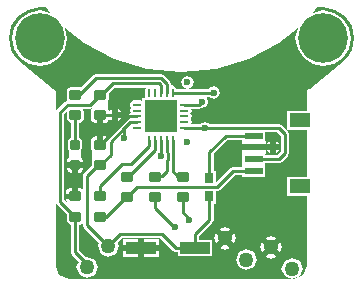
<source format=gtl>
G04 Layer_Physical_Order=1*
G04 Layer_Color=255*
%FSLAX44Y44*%
%MOMM*%
G71*
G01*
G75*
G04:AMPARAMS|DCode=10|XSize=0.8mm|YSize=0.8mm|CornerRadius=0.1mm|HoleSize=0mm|Usage=FLASHONLY|Rotation=270.000|XOffset=0mm|YOffset=0mm|HoleType=Round|Shape=RoundedRectangle|*
%AMROUNDEDRECTD10*
21,1,0.8000,0.6000,0,0,270.0*
21,1,0.6000,0.8000,0,0,270.0*
1,1,0.2000,-0.3000,-0.3000*
1,1,0.2000,-0.3000,0.3000*
1,1,0.2000,0.3000,0.3000*
1,1,0.2000,0.3000,-0.3000*
%
%ADD10ROUNDEDRECTD10*%
%ADD11R,0.7000X0.8500*%
G04:AMPARAMS|DCode=12|XSize=1mm|YSize=0.9mm|CornerRadius=0.1125mm|HoleSize=0mm|Usage=FLASHONLY|Rotation=180.000|XOffset=0mm|YOffset=0mm|HoleType=Round|Shape=RoundedRectangle|*
%AMROUNDEDRECTD12*
21,1,1.0000,0.6750,0,0,180.0*
21,1,0.7750,0.9000,0,0,180.0*
1,1,0.2250,-0.3875,0.3375*
1,1,0.2250,0.3875,0.3375*
1,1,0.2250,0.3875,-0.3375*
1,1,0.2250,-0.3875,-0.3375*
%
%ADD12ROUNDEDRECTD12*%
%ADD13R,1.8000X1.2000*%
%ADD14R,1.5500X0.6000*%
%ADD15R,2.7000X2.7000*%
%ADD16O,0.8000X0.2500*%
%ADD17O,0.2500X0.8000*%
%ADD18R,2.5000X1.0000*%
%ADD19C,0.2500*%
%ADD20C,4.2000*%
%ADD21C,1.2700*%
%ADD22C,0.6000*%
G36*
X230000Y218755D02*
X240047Y216756D01*
X248565Y211065D01*
X254256Y202547D01*
X256255Y192500D01*
X254256Y182453D01*
X251596Y178471D01*
X251941Y178247D01*
X248476Y174024D01*
X218856Y149716D01*
X217497Y149153D01*
X216461Y146650D01*
Y131000D01*
X199250D01*
Y115000D01*
X216461D01*
Y75000D01*
X199250D01*
Y59000D01*
X216461D01*
Y0D01*
X216537Y-185D01*
X213212Y-8212D01*
X205185Y-11537D01*
X205000Y-11461D01*
X203937D01*
X210141Y-8891D01*
X212788Y-2500D01*
X210141Y3891D01*
X203750Y6538D01*
X197359Y3891D01*
X194712Y-2500D01*
X197359Y-8891D01*
X203563Y-11461D01*
X15000D01*
X14815Y-11537D01*
X6788Y-8212D01*
X3463Y-185D01*
X3539Y0D01*
Y146650D01*
X2503Y149153D01*
X1144Y149716D01*
X-28476Y174024D01*
X-31941Y178247D01*
X-31596Y178471D01*
X-34256Y182453D01*
X-36254Y192500D01*
X-34256Y202547D01*
X-28565Y211065D01*
X-20047Y216756D01*
X-10000Y218755D01*
X-10000D01*
Y218961D01*
X-5017D01*
X-1093Y214179D01*
X-10000Y215951D01*
X-18974Y214166D01*
X-26582Y209082D01*
X-31665Y201474D01*
X-33451Y192500D01*
X-31665Y183526D01*
X-26582Y175918D01*
X-18974Y170835D01*
X-10000Y169049D01*
X-1026Y170835D01*
X6582Y175918D01*
X11666Y183526D01*
X13451Y192500D01*
X11679Y201408D01*
X27238Y188638D01*
X52993Y174872D01*
X80938Y166395D01*
X110000Y163533D01*
X139062Y166395D01*
X167007Y174872D01*
X192762Y188638D01*
X208321Y201408D01*
X206549Y192500D01*
X208335Y183526D01*
X213418Y175918D01*
X221026Y170835D01*
X230000Y169049D01*
X238974Y170835D01*
X246582Y175918D01*
X251665Y183526D01*
X253451Y192500D01*
X251665Y201474D01*
X246582Y209082D01*
X238974Y214166D01*
X230000Y215951D01*
X221092Y214179D01*
X225017Y218961D01*
X230000D01*
Y218755D01*
D02*
G37*
%LPC*%
G36*
X92614Y162268D02*
X37500D01*
X35013Y161237D01*
X24870Y151095D01*
X23875Y151507D01*
X16125D01*
X13733Y150517D01*
X12743Y148125D01*
Y141375D01*
X13147Y140397D01*
X13000Y140250D01*
Y139457D01*
X11263Y138737D01*
X5013Y132487D01*
X3982Y130000D01*
Y54000D01*
X5013Y51513D01*
X12743Y43783D01*
Y38125D01*
X13733Y35733D01*
X16125Y34743D01*
X16482D01*
Y11250D01*
X17513Y8763D01*
X23045Y3231D01*
X21102Y-1461D01*
X23749Y-7851D01*
X30140Y-10498D01*
X36530Y-7851D01*
X39177Y-1461D01*
X36530Y4930D01*
X30140Y7577D01*
X29084Y7140D01*
X23518Y12707D01*
Y34743D01*
X23875D01*
X26267Y35733D01*
X26482Y36253D01*
Y34600D01*
X27513Y32113D01*
X40252Y19373D01*
X39062Y16500D01*
X41709Y10109D01*
X48100Y7462D01*
X54491Y10109D01*
X57138Y16500D01*
X55948Y19373D01*
X59807Y23232D01*
X92293D01*
X103013Y12513D01*
X105500Y11482D01*
X107250D01*
Y8000D01*
X136250D01*
Y22000D01*
X125268D01*
Y25293D01*
X136237Y36263D01*
X137268Y38750D01*
Y52250D01*
X139250D01*
Y62732D01*
X140000D01*
X142487Y63763D01*
X155207Y76482D01*
X161500D01*
Y75000D01*
X181000D01*
Y85000D01*
Y86482D01*
X192500D01*
X194988Y87513D01*
X199987Y92513D01*
X201018Y95000D01*
Y111250D01*
X199987Y113737D01*
X194987Y118737D01*
X192500Y119768D01*
X133955D01*
X133827Y120077D01*
X130000Y121662D01*
X126173Y120077D01*
X126045Y119768D01*
X118154D01*
X118768Y121250D01*
X117737Y123737D01*
X117707Y123750D01*
X117737Y123763D01*
X118768Y126250D01*
X117737Y128737D01*
X117707Y128750D01*
X117737Y128763D01*
X118768Y131250D01*
X118154Y132732D01*
X125000D01*
X126983Y133554D01*
X127501Y133339D01*
X131328Y134924D01*
X132913Y138751D01*
X131328Y142578D01*
X130955Y142732D01*
X133545D01*
X133673Y142423D01*
X137500Y140838D01*
X141327Y142423D01*
X142912Y146250D01*
X141327Y150077D01*
X137500Y151662D01*
X133673Y150077D01*
X133545Y149768D01*
X115434D01*
X118827Y151173D01*
X120412Y155000D01*
X118827Y158827D01*
X115000Y160412D01*
X111173Y158827D01*
X109588Y155000D01*
X111173Y151173D01*
X114566Y149768D01*
X105700D01*
X104987Y151487D01*
X102500Y152518D01*
X101018Y151904D01*
Y153750D01*
X99987Y156237D01*
X99568Y156657D01*
X99487Y156851D01*
X95101Y161237D01*
X92614Y162268D01*
D02*
G37*
G36*
X147039Y32540D02*
X142766Y30770D01*
X147039Y26496D01*
X151313Y30770D01*
X147039Y32540D01*
D02*
G37*
G36*
X185790Y25040D02*
X181516Y23270D01*
X185790Y18996D01*
X190063Y23270D01*
X185790Y25040D01*
D02*
G37*
G36*
X139230Y27234D02*
X137460Y22961D01*
X139230Y18687D01*
X143504Y22961D01*
X139230Y27234D01*
D02*
G37*
G36*
X154848Y27234D02*
X150575Y22961D01*
X154848Y18687D01*
X156619Y22961D01*
X154848Y27234D01*
D02*
G37*
G36*
X90750Y22500D02*
X78250D01*
Y17500D01*
X90750D01*
Y22500D01*
D02*
G37*
G36*
X73250D02*
X60750D01*
Y17500D01*
X73250D01*
Y22500D01*
D02*
G37*
G36*
X147039Y19425D02*
X142766Y15152D01*
X147039Y13381D01*
X151313Y15152D01*
X147039Y19425D01*
D02*
G37*
G36*
X193598Y19734D02*
X189325Y15461D01*
X193598Y11187D01*
X195369Y15461D01*
X193598Y19734D01*
D02*
G37*
G36*
X177980D02*
X176210Y15461D01*
X177980Y11187D01*
X182254Y15461D01*
X177980Y19734D01*
D02*
G37*
G36*
X90750Y12500D02*
X78250D01*
Y7500D01*
X90750D01*
Y12500D01*
D02*
G37*
G36*
X73250D02*
X60750D01*
Y7500D01*
X73250D01*
Y12500D01*
D02*
G37*
G36*
X185790Y11925D02*
X181516Y7652D01*
X185790Y5881D01*
X190063Y7652D01*
X185790Y11925D01*
D02*
G37*
G36*
X165000Y14038D02*
X158609Y11391D01*
X155962Y5000D01*
X158609Y-1391D01*
X165000Y-4038D01*
X171391Y-1391D01*
X174038Y5000D01*
X171391Y11391D01*
X165000Y14038D01*
D02*
G37*
%LPD*%
G36*
X78982Y149000D02*
Y143500D01*
X79500Y142250D01*
X76500D01*
Y139250D01*
X75250Y139768D01*
X69750D01*
X67263Y138737D01*
X66232Y136250D01*
X67263Y133763D01*
X67293Y133750D01*
X67263Y133737D01*
X66232Y131250D01*
X67080Y129203D01*
X66880Y129120D01*
X65691Y126250D01*
X66350Y124658D01*
X64127Y123737D01*
X59127Y118737D01*
X48160Y107771D01*
X47899Y108399D01*
X45125Y109549D01*
X43750D01*
Y102250D01*
X38750D01*
Y109549D01*
X37375D01*
X34601Y108399D01*
X33451Y105625D01*
Y98875D01*
X34250Y96947D01*
Y89750D01*
X34397Y89602D01*
X33993Y88625D01*
Y85217D01*
X27513Y78737D01*
X26482Y76250D01*
Y64719D01*
X23875Y65799D01*
X22500D01*
Y58500D01*
X20000D01*
Y56000D01*
X12201D01*
Y55125D01*
X12803Y53671D01*
X11018Y55457D01*
Y128543D01*
X12743Y130268D01*
Y124375D01*
X13733Y121983D01*
X16125Y120992D01*
X16482D01*
Y108283D01*
X14704Y107546D01*
X13753Y105250D01*
Y99250D01*
X14704Y96954D01*
X15000Y96831D01*
Y91210D01*
X14321Y90929D01*
X13212Y88250D01*
Y87750D01*
X20000D01*
X26788D01*
Y88250D01*
X25679Y90929D01*
X25000Y91210D01*
Y96831D01*
X25296Y96954D01*
X26247Y99250D01*
Y105250D01*
X25296Y107546D01*
X23518Y108283D01*
Y120992D01*
X23875D01*
X26267Y121983D01*
X27257Y124375D01*
Y131125D01*
X26853Y132102D01*
X27000Y132250D01*
Y132732D01*
X32750D01*
X34250Y133354D01*
Y133053D01*
X33451Y131125D01*
Y124375D01*
X34601Y121601D01*
X37375Y120451D01*
X38750D01*
Y127750D01*
X43750D01*
Y120451D01*
X45125D01*
X47899Y121601D01*
X49049Y124375D01*
Y124478D01*
X49541Y123291D01*
X51250Y122582D01*
Y127500D01*
Y132418D01*
X49541Y131709D01*
X49049Y130522D01*
Y131125D01*
X48250Y133053D01*
Y140250D01*
X48102Y140397D01*
X48507Y141375D01*
Y146033D01*
X53207Y150732D01*
X79700D01*
X78982Y149000D01*
D02*
G37*
G36*
X193982Y109793D02*
Y96457D01*
X191043Y93518D01*
X181000D01*
Y94500D01*
X181500D01*
Y97500D01*
X161000D01*
Y94500D01*
X161500D01*
Y85000D01*
Y83518D01*
X153750D01*
X151263Y82487D01*
X139250Y70475D01*
Y80250D01*
X137268D01*
Y94793D01*
X148957Y106482D01*
X161500D01*
Y105500D01*
X161000D01*
Y102500D01*
X181500D01*
Y105500D01*
X181000D01*
Y112732D01*
X191043D01*
X193982Y109793D01*
D02*
G37*
%LPC*%
G36*
X56250Y132418D02*
Y130000D01*
X58668D01*
X57959Y131709D01*
X56250Y132418D01*
D02*
G37*
G36*
X58668Y125000D02*
X56250D01*
Y122582D01*
X57959Y123291D01*
X58668Y125000D01*
D02*
G37*
G36*
X26788Y82750D02*
X22500D01*
Y78462D01*
X23000D01*
X25679Y79571D01*
X26788Y82250D01*
Y82750D01*
D02*
G37*
G36*
X17500D02*
X13212D01*
Y82250D01*
X14321Y79571D01*
X17000Y78462D01*
X17500D01*
Y82750D01*
D02*
G37*
G36*
X17500Y65799D02*
X16125D01*
X13351Y64650D01*
X12201Y61875D01*
Y61000D01*
X17500D01*
Y65799D01*
D02*
G37*
G36*
X190000Y104918D02*
Y102500D01*
X192418D01*
X191709Y104209D01*
X190000Y104918D01*
D02*
G37*
G36*
X185000D02*
X183291Y104209D01*
X182582Y102500D01*
X185000D01*
Y104918D01*
D02*
G37*
G36*
X192418Y97500D02*
X190000D01*
Y95082D01*
X191709Y95791D01*
X192418Y97500D01*
D02*
G37*
G36*
X185000D02*
X182582D01*
X183291Y95791D01*
X185000Y95082D01*
Y97500D01*
D02*
G37*
%LPD*%
D10*
X20000Y102250D02*
D03*
Y85250D02*
D03*
D11*
X133750Y58500D02*
D03*
Y74000D02*
D03*
D12*
X111250Y57750D02*
D03*
Y74750D02*
D03*
X87500Y57750D02*
D03*
Y74750D02*
D03*
X41250Y144750D02*
D03*
Y127750D02*
D03*
Y102250D02*
D03*
Y85250D02*
D03*
X63750Y74750D02*
D03*
Y57750D02*
D03*
X41250Y58500D02*
D03*
Y41500D02*
D03*
X20000Y127750D02*
D03*
Y144750D02*
D03*
Y41500D02*
D03*
Y58500D02*
D03*
D13*
X210250Y67000D02*
D03*
Y123000D02*
D03*
D14*
X171250Y80000D02*
D03*
Y90000D02*
D03*
Y100000D02*
D03*
Y110000D02*
D03*
D15*
X92500Y126250D02*
D03*
D16*
X112500Y136250D02*
D03*
Y131250D02*
D03*
Y126250D02*
D03*
Y121250D02*
D03*
Y116250D02*
D03*
X72500D02*
D03*
Y121250D02*
D03*
Y126250D02*
D03*
Y131250D02*
D03*
Y136250D02*
D03*
D17*
X102500Y106250D02*
D03*
X97500D02*
D03*
X92500D02*
D03*
X87500D02*
D03*
X82500D02*
D03*
Y146250D02*
D03*
X87500D02*
D03*
X92500D02*
D03*
X97500D02*
D03*
X102500D02*
D03*
D18*
X121750Y15000D02*
D03*
X75750D02*
D03*
D19*
X116250Y38750D02*
X117500D01*
X111250Y45000D02*
X117500Y38750D01*
X111250Y45000D02*
Y57750D01*
X87500Y48750D02*
X103750Y32500D01*
X105000D01*
X87500Y48750D02*
Y57750D01*
X121750Y26750D02*
X133750Y38750D01*
Y59750D01*
X121750Y15000D02*
Y26750D01*
X112500Y136250D02*
X125000D01*
X127501Y138751D01*
X137500Y146250D02*
X137500Y146250D01*
X102500Y146250D02*
X137500D01*
X61614Y116250D02*
X66614Y121250D01*
X50000Y104636D02*
X61614Y116250D01*
Y107864D02*
Y116250D01*
X58350Y26750D02*
X93750D01*
X105500Y15000D02*
X121750D01*
X93750Y26750D02*
X105500Y15000D01*
X48100Y16500D02*
X58350Y26750D01*
X112500Y116250D02*
X192500D01*
X197500Y111250D01*
Y95000D02*
Y111250D01*
X192500Y90000D02*
X197500Y95000D01*
X171250Y90000D02*
X192500D01*
X187500Y100000D02*
X187500Y100000D01*
X171250Y100000D02*
X187500D01*
X46250Y41500D02*
X63750Y59000D01*
X153750Y80000D02*
X171250D01*
X140000Y66250D02*
X153750Y80000D01*
X72250Y66250D02*
X140000D01*
X63750Y57750D02*
X72250Y66250D01*
X20000Y11250D02*
Y41500D01*
Y11250D02*
X30140Y1111D01*
Y-1461D02*
Y1111D01*
X7500Y54000D02*
X20000Y41500D01*
X7500Y54000D02*
Y130000D01*
X13750Y136250D01*
X32750D01*
X41250Y144750D01*
X102500Y97703D02*
Y106250D01*
Y97703D02*
X103250Y96953D01*
Y88047D02*
Y96953D01*
X102500Y87297D02*
X103250Y88047D01*
X102500Y80000D02*
Y87297D01*
X97500Y96339D02*
Y106250D01*
Y96339D02*
X98750Y95089D01*
Y89911D02*
Y95089D01*
X97500Y88661D02*
X98750Y89911D01*
X97500Y80000D02*
Y88661D01*
X93500Y76000D02*
X97500Y80000D01*
X106500Y76000D02*
X111250D01*
X102500Y80000D02*
X106500Y76000D01*
X87500D02*
X93500D01*
X92500Y95000D02*
Y106250D01*
X41250Y58500D02*
Y67500D01*
X60000Y86250D01*
X67500D01*
X82500Y101250D01*
Y106250D01*
X87500Y97500D02*
Y106250D01*
X66000Y76000D02*
X87500Y97500D01*
X63750Y76000D02*
X66000D01*
X41250Y41500D02*
X46250D01*
X30000Y34600D02*
X48100Y16500D01*
X30000Y34600D02*
Y76250D01*
X39000Y85250D01*
X41250D01*
X20000Y58500D02*
Y85250D01*
X41250Y102250D02*
Y127750D01*
X41500Y127500D02*
X53750D01*
X90750Y154250D02*
X92500Y152500D01*
X51750Y154250D02*
X90750D01*
X42250Y144750D02*
X51750Y154250D01*
X92614Y158750D02*
X97000Y154364D01*
X37500Y158750D02*
X92614D01*
X23500Y144750D02*
X37500Y158750D01*
X97500Y146250D02*
Y153750D01*
X97000Y154250D02*
X97500Y153750D01*
X97000Y154250D02*
Y154364D01*
X20000Y144750D02*
X23500D01*
X92500Y146250D02*
Y152500D01*
X41250Y144750D02*
X42250D01*
X20000Y102250D02*
Y127750D01*
X50000Y94000D02*
Y104636D01*
X41250Y85250D02*
X50000Y94000D01*
X66614Y121250D02*
X72500D01*
X65250Y126250D02*
X72500D01*
X41250Y102250D02*
X65250Y126250D01*
X133750Y75250D02*
Y96250D01*
X147500Y110000D01*
X171250D01*
D20*
X-10000Y192500D02*
D03*
X230000D02*
D03*
D21*
X48100Y16500D02*
D03*
X30140Y-1461D02*
D03*
X185790Y15461D02*
D03*
X203750Y-2500D02*
D03*
X147039Y22961D02*
D03*
X165000Y5000D02*
D03*
D22*
X115000Y104200D02*
D03*
X115000Y155000D02*
D03*
X116250Y38750D02*
D03*
X105000Y32500D02*
D03*
X127501Y138751D02*
D03*
X137500Y146250D02*
D03*
X61614Y107864D02*
D03*
X130000Y116250D02*
D03*
X187500Y100000D02*
D03*
X92500Y92500D02*
D03*
X53750Y127500D02*
D03*
M02*

</source>
